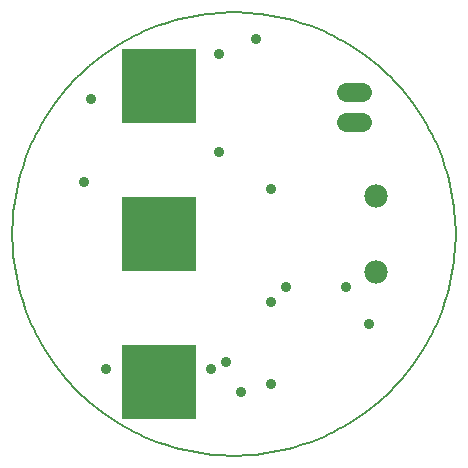
<source format=gbs>
G75*
%MOIN*%
%OFA0B0*%
%FSLAX24Y24*%
%IPPOS*%
%LPD*%
%AMOC8*
5,1,8,0,0,1.08239X$1,22.5*
%
%ADD10C,0.0080*%
%ADD11C,0.0780*%
%ADD12R,0.2470X0.2470*%
%ADD13C,0.0620*%
%ADD14C,0.0350*%
D10*
X002623Y011000D02*
X002625Y011181D01*
X002632Y011362D01*
X002643Y011543D01*
X002659Y011724D01*
X002679Y011904D01*
X002703Y012084D01*
X002732Y012263D01*
X002765Y012441D01*
X002802Y012619D01*
X002844Y012795D01*
X002891Y012970D01*
X002941Y013144D01*
X002996Y013317D01*
X003055Y013489D01*
X003118Y013659D01*
X003185Y013827D01*
X003257Y013994D01*
X003332Y014158D01*
X003412Y014321D01*
X003495Y014482D01*
X003583Y014641D01*
X003674Y014798D01*
X003769Y014952D01*
X003868Y015104D01*
X003971Y015253D01*
X004077Y015400D01*
X004186Y015545D01*
X004300Y015686D01*
X004416Y015825D01*
X004537Y015961D01*
X004660Y016094D01*
X004787Y016223D01*
X004916Y016350D01*
X005049Y016473D01*
X005185Y016594D01*
X005324Y016710D01*
X005465Y016824D01*
X005610Y016933D01*
X005757Y017039D01*
X005906Y017142D01*
X006058Y017241D01*
X006212Y017336D01*
X006369Y017427D01*
X006528Y017515D01*
X006689Y017598D01*
X006852Y017678D01*
X007016Y017753D01*
X007183Y017825D01*
X007351Y017892D01*
X007521Y017955D01*
X007693Y018014D01*
X007866Y018069D01*
X008040Y018119D01*
X008215Y018166D01*
X008391Y018208D01*
X008569Y018245D01*
X008747Y018278D01*
X008926Y018307D01*
X009106Y018331D01*
X009286Y018351D01*
X009467Y018367D01*
X009648Y018378D01*
X009829Y018385D01*
X010010Y018387D01*
X010191Y018385D01*
X010372Y018378D01*
X010553Y018367D01*
X010734Y018351D01*
X010914Y018331D01*
X011094Y018307D01*
X011273Y018278D01*
X011451Y018245D01*
X011629Y018208D01*
X011805Y018166D01*
X011980Y018119D01*
X012154Y018069D01*
X012327Y018014D01*
X012499Y017955D01*
X012669Y017892D01*
X012837Y017825D01*
X013004Y017753D01*
X013168Y017678D01*
X013331Y017598D01*
X013492Y017515D01*
X013651Y017427D01*
X013808Y017336D01*
X013962Y017241D01*
X014114Y017142D01*
X014263Y017039D01*
X014410Y016933D01*
X014555Y016824D01*
X014696Y016710D01*
X014835Y016594D01*
X014971Y016473D01*
X015104Y016350D01*
X015233Y016223D01*
X015360Y016094D01*
X015483Y015961D01*
X015604Y015825D01*
X015720Y015686D01*
X015834Y015545D01*
X015943Y015400D01*
X016049Y015253D01*
X016152Y015104D01*
X016251Y014952D01*
X016346Y014798D01*
X016437Y014641D01*
X016525Y014482D01*
X016608Y014321D01*
X016688Y014158D01*
X016763Y013994D01*
X016835Y013827D01*
X016902Y013659D01*
X016965Y013489D01*
X017024Y013317D01*
X017079Y013144D01*
X017129Y012970D01*
X017176Y012795D01*
X017218Y012619D01*
X017255Y012441D01*
X017288Y012263D01*
X017317Y012084D01*
X017341Y011904D01*
X017361Y011724D01*
X017377Y011543D01*
X017388Y011362D01*
X017395Y011181D01*
X017397Y011000D01*
X017395Y010819D01*
X017388Y010638D01*
X017377Y010457D01*
X017361Y010276D01*
X017341Y010096D01*
X017317Y009916D01*
X017288Y009737D01*
X017255Y009559D01*
X017218Y009381D01*
X017176Y009205D01*
X017129Y009030D01*
X017079Y008856D01*
X017024Y008683D01*
X016965Y008511D01*
X016902Y008341D01*
X016835Y008173D01*
X016763Y008006D01*
X016688Y007842D01*
X016608Y007679D01*
X016525Y007518D01*
X016437Y007359D01*
X016346Y007202D01*
X016251Y007048D01*
X016152Y006896D01*
X016049Y006747D01*
X015943Y006600D01*
X015834Y006455D01*
X015720Y006314D01*
X015604Y006175D01*
X015483Y006039D01*
X015360Y005906D01*
X015233Y005777D01*
X015104Y005650D01*
X014971Y005527D01*
X014835Y005406D01*
X014696Y005290D01*
X014555Y005176D01*
X014410Y005067D01*
X014263Y004961D01*
X014114Y004858D01*
X013962Y004759D01*
X013808Y004664D01*
X013651Y004573D01*
X013492Y004485D01*
X013331Y004402D01*
X013168Y004322D01*
X013004Y004247D01*
X012837Y004175D01*
X012669Y004108D01*
X012499Y004045D01*
X012327Y003986D01*
X012154Y003931D01*
X011980Y003881D01*
X011805Y003834D01*
X011629Y003792D01*
X011451Y003755D01*
X011273Y003722D01*
X011094Y003693D01*
X010914Y003669D01*
X010734Y003649D01*
X010553Y003633D01*
X010372Y003622D01*
X010191Y003615D01*
X010010Y003613D01*
X009829Y003615D01*
X009648Y003622D01*
X009467Y003633D01*
X009286Y003649D01*
X009106Y003669D01*
X008926Y003693D01*
X008747Y003722D01*
X008569Y003755D01*
X008391Y003792D01*
X008215Y003834D01*
X008040Y003881D01*
X007866Y003931D01*
X007693Y003986D01*
X007521Y004045D01*
X007351Y004108D01*
X007183Y004175D01*
X007016Y004247D01*
X006852Y004322D01*
X006689Y004402D01*
X006528Y004485D01*
X006369Y004573D01*
X006212Y004664D01*
X006058Y004759D01*
X005906Y004858D01*
X005757Y004961D01*
X005610Y005067D01*
X005465Y005176D01*
X005324Y005290D01*
X005185Y005406D01*
X005049Y005527D01*
X004916Y005650D01*
X004787Y005777D01*
X004660Y005906D01*
X004537Y006039D01*
X004416Y006175D01*
X004300Y006314D01*
X004186Y006455D01*
X004077Y006600D01*
X003971Y006747D01*
X003868Y006896D01*
X003769Y007048D01*
X003674Y007202D01*
X003583Y007359D01*
X003495Y007518D01*
X003412Y007679D01*
X003332Y007842D01*
X003257Y008006D01*
X003185Y008173D01*
X003118Y008341D01*
X003055Y008511D01*
X002996Y008683D01*
X002941Y008856D01*
X002891Y009030D01*
X002844Y009205D01*
X002802Y009381D01*
X002765Y009559D01*
X002732Y009737D01*
X002703Y009916D01*
X002679Y010096D01*
X002659Y010276D01*
X002643Y010457D01*
X002632Y010638D01*
X002625Y010819D01*
X002623Y011000D01*
D11*
X014760Y009720D03*
X014760Y012280D03*
D12*
X007510Y011000D03*
X007510Y015921D03*
X007510Y006079D03*
D13*
X013740Y014750D02*
X014280Y014750D01*
X014280Y015750D02*
X013740Y015750D01*
D14*
X010260Y005750D03*
X011260Y006000D03*
X009760Y006750D03*
X009260Y006500D03*
X005760Y006500D03*
X011260Y008750D03*
X011760Y009250D03*
X013760Y009250D03*
X014510Y008000D03*
X011260Y012500D03*
X009510Y013750D03*
X005260Y015500D03*
X009510Y017000D03*
X010760Y017500D03*
X005010Y012750D03*
M02*

</source>
